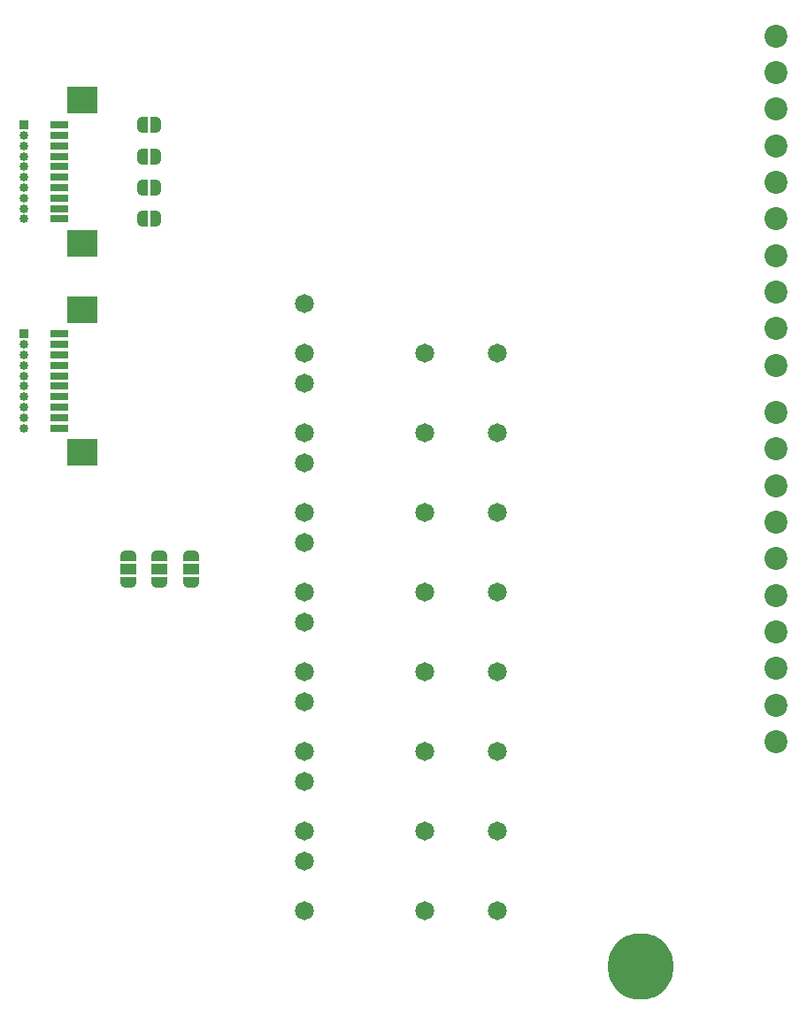
<source format=gbr>
%TF.GenerationSoftware,KiCad,Pcbnew,8.0.7-8.0.7-0~ubuntu24.04.1*%
%TF.CreationDate,2025-02-06T10:53:55+03:00*%
%TF.ProjectId,PM-RQ8,504d2d52-5138-42e6-9b69-6361645f7063,rev?*%
%TF.SameCoordinates,Original*%
%TF.FileFunction,Soldermask,Bot*%
%TF.FilePolarity,Negative*%
%FSLAX46Y46*%
G04 Gerber Fmt 4.6, Leading zero omitted, Abs format (unit mm)*
G04 Created by KiCad (PCBNEW 8.0.7-8.0.7-0~ubuntu24.04.1) date 2025-02-06 10:53:55*
%MOMM*%
%LPD*%
G01*
G04 APERTURE LIST*
G04 Aperture macros list*
%AMFreePoly0*
4,1,19,0.550000,-0.750000,0.000000,-0.750000,0.000000,-0.744911,-0.071157,-0.744911,-0.207708,-0.704816,-0.327430,-0.627875,-0.420627,-0.520320,-0.479746,-0.390866,-0.500000,-0.250000,-0.500000,0.250000,-0.479746,0.390866,-0.420627,0.520320,-0.327430,0.627875,-0.207708,0.704816,-0.071157,0.744911,0.000000,0.744911,0.000000,0.750000,0.550000,0.750000,0.550000,-0.750000,0.550000,-0.750000,
$1*%
%AMFreePoly1*
4,1,19,0.000000,0.744911,0.071157,0.744911,0.207708,0.704816,0.327430,0.627875,0.420627,0.520320,0.479746,0.390866,0.500000,0.250000,0.500000,-0.250000,0.479746,-0.390866,0.420627,-0.520320,0.327430,-0.627875,0.207708,-0.704816,0.071157,-0.744911,0.000000,-0.744911,0.000000,-0.750000,-0.550000,-0.750000,-0.550000,0.750000,0.000000,0.750000,0.000000,0.744911,0.000000,0.744911,
$1*%
%AMFreePoly2*
4,1,19,0.500000,-0.750000,0.000000,-0.750000,0.000000,-0.744911,-0.071157,-0.744911,-0.207708,-0.704816,-0.327430,-0.627875,-0.420627,-0.520320,-0.479746,-0.390866,-0.500000,-0.250000,-0.500000,0.250000,-0.479746,0.390866,-0.420627,0.520320,-0.327430,0.627875,-0.207708,0.704816,-0.071157,0.744911,0.000000,0.744911,0.000000,0.750000,0.500000,0.750000,0.500000,-0.750000,0.500000,-0.750000,
$1*%
%AMFreePoly3*
4,1,19,0.000000,0.744911,0.071157,0.744911,0.207708,0.704816,0.327430,0.627875,0.420627,0.520320,0.479746,0.390866,0.500000,0.250000,0.500000,-0.250000,0.479746,-0.390866,0.420627,-0.520320,0.327430,-0.627875,0.207708,-0.704816,0.071157,-0.744911,0.000000,-0.744911,0.000000,-0.750000,-0.500000,-0.750000,-0.500000,0.750000,0.000000,0.750000,0.000000,0.744911,0.000000,0.744911,
$1*%
G04 Aperture macros list end*
%ADD10R,0.850000X0.850000*%
%ADD11O,0.850000X0.850000*%
%ADD12R,1.803400X0.635000*%
%ADD13R,2.997200X2.590800*%
%ADD14FreePoly0,270.000000*%
%ADD15R,1.500000X1.000000*%
%ADD16FreePoly1,270.000000*%
%ADD17C,1.812000*%
%ADD18C,2.200000*%
%ADD19O,6.350000X6.350000*%
%ADD20FreePoly2,0.000000*%
%ADD21FreePoly3,0.000000*%
G04 APERTURE END LIST*
D10*
%TO.C,J20*%
X-37000000Y14500000D03*
D11*
X-37000000Y13500000D03*
X-37000000Y12500000D03*
X-37000000Y11500000D03*
X-37000000Y10500000D03*
X-37000000Y9500000D03*
X-37000000Y8500000D03*
X-37000000Y7500000D03*
X-37000000Y6500000D03*
X-37000000Y5500000D03*
%TD*%
D12*
%TO.C,J19*%
X-33556000Y14499991D03*
X-33556000Y13499993D03*
X-33556000Y12499995D03*
X-33556000Y11499997D03*
X-33556000Y10499999D03*
X-33556000Y9500001D03*
X-33556000Y8500003D03*
X-33556000Y7500005D03*
X-33556000Y6500007D03*
X-33556000Y5500009D03*
D13*
X-31385999Y16850002D03*
X-31385999Y3149998D03*
%TD*%
D14*
%TO.C,JP6*%
X-24000000Y-6700000D03*
D15*
X-24000000Y-8000000D03*
D16*
X-24000000Y-9300000D03*
%TD*%
%TO.C,JP5*%
X-27000000Y-9300000D03*
D15*
X-27000000Y-8000000D03*
D14*
X-27000000Y-6700000D03*
%TD*%
D17*
%TO.C,K4*%
X-10160000Y-10160000D03*
X1340000Y-10160000D03*
X8340000Y-10160000D03*
X-10160000Y-5460000D03*
%TD*%
%TO.C,K5*%
X-10160000Y-17780000D03*
X1340000Y-17780000D03*
X8340000Y-17780000D03*
X-10160000Y-13080000D03*
%TD*%
D10*
%TO.C,J1*%
X-37000000Y34500000D03*
D11*
X-37000000Y33500000D03*
X-37000000Y32500000D03*
X-37000000Y31500000D03*
X-37000000Y30500000D03*
X-37000000Y29500000D03*
X-37000000Y28500000D03*
X-37000000Y27500000D03*
X-37000000Y26500000D03*
X-37000000Y25500000D03*
%TD*%
D17*
%TO.C,K6*%
X-10160000Y-25400000D03*
X1340000Y-25400000D03*
X8340000Y-25400000D03*
X-10160000Y-20700000D03*
%TD*%
%TO.C,K8*%
X-10160000Y-40640000D03*
X1340000Y-40640000D03*
X8340000Y-40640000D03*
X-10160000Y-35940000D03*
%TD*%
%TO.C,K1*%
X-10160000Y12700000D03*
X1340000Y12700000D03*
X8340000Y12700000D03*
X-10160000Y17400000D03*
%TD*%
D18*
%TO.C,J8*%
X35000000Y-24500000D03*
X35000000Y-21000000D03*
X35000000Y-17500000D03*
X35000000Y-14000000D03*
X35000000Y-10500000D03*
X35000000Y-7000000D03*
X35000000Y-3500000D03*
X35000000Y0D03*
X35000000Y3500000D03*
X35000000Y7000000D03*
%TD*%
D17*
%TO.C,K7*%
X-10160000Y-33020000D03*
X1340000Y-33020000D03*
X8340000Y-33020000D03*
X-10160000Y-28320000D03*
%TD*%
D19*
%TO.C,PE1*%
X22000000Y-46000000D03*
%TD*%
D17*
%TO.C,K3*%
X-10160000Y-2540000D03*
X1340000Y-2540000D03*
X8340000Y-2540000D03*
X-10160000Y2160000D03*
%TD*%
%TO.C,K2*%
X-10160000Y5080000D03*
X1340000Y5080000D03*
X8340000Y5080000D03*
X-10160000Y9780000D03*
%TD*%
D18*
%TO.C,J7*%
X35000000Y11500000D03*
X35000000Y15000000D03*
X35000000Y18500000D03*
X35000000Y22000000D03*
X35000000Y25500000D03*
X35000000Y29000000D03*
X35000000Y32500000D03*
X35000000Y36000000D03*
X35000000Y39500000D03*
X35000000Y43000000D03*
%TD*%
D20*
%TO.C,JP3*%
X-25650000Y28500000D03*
D21*
X-24350000Y28500000D03*
%TD*%
D20*
%TO.C,JP4*%
X-25650000Y25500000D03*
D21*
X-24350000Y25500000D03*
%TD*%
D20*
%TO.C,JP2*%
X-25650000Y31500000D03*
D21*
X-24350000Y31500000D03*
%TD*%
D20*
%TO.C,JP1*%
X-25650000Y34500000D03*
D21*
X-24350000Y34500000D03*
%TD*%
D12*
%TO.C,J2*%
X-33556000Y34499991D03*
X-33556000Y33499993D03*
X-33556000Y32499995D03*
X-33556000Y31499997D03*
X-33556000Y30499999D03*
X-33556000Y29500001D03*
X-33556000Y28500003D03*
X-33556000Y27500005D03*
X-33556000Y26500007D03*
X-33556000Y25500009D03*
D13*
X-31385999Y36850002D03*
X-31385999Y23149998D03*
%TD*%
D16*
%TO.C,JP7*%
X-21000000Y-9300000D03*
D15*
X-21000000Y-8000000D03*
D14*
X-21000000Y-6700000D03*
%TD*%
M02*

</source>
